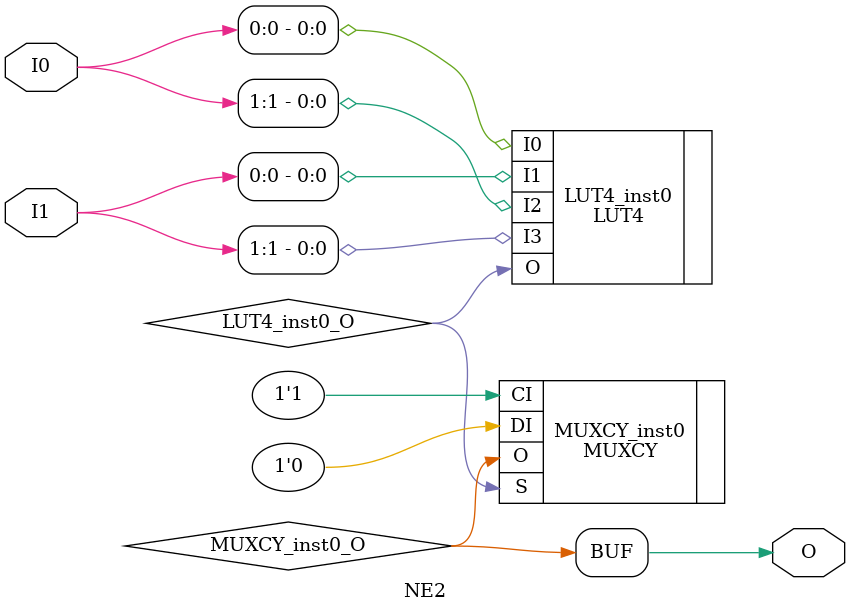
<source format=v>
module NE2 (input [1:0] I0, input [1:0] I1, output  O);
wire  LUT4_inst0_O;
wire  MUXCY_inst0_O;
LUT4 #(.INIT(16'h6FF6)) LUT4_inst0 (.I0(I0[0]), .I1(I1[0]), .I2(I0[1]), .I3(I1[1]), .O(LUT4_inst0_O));
MUXCY MUXCY_inst0 (.DI(1'b0), .CI(1'b1), .S(LUT4_inst0_O), .O(MUXCY_inst0_O));
assign O = MUXCY_inst0_O;
endmodule


</source>
